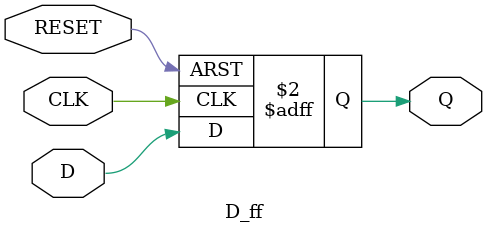
<source format=v>
`timescale 1ns / 1ps 
module D_ff( 
input  D, 
input  CLK, 
input  RESET, 
output reg Q 
); 
always @(posedge CLK or posedge RESET) begin 
if (RESET) 
Q <= 1'b0;      
else 
Q <= D;        
end 
endmodule
</source>
